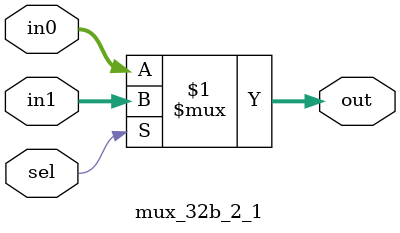
<source format=v>
`timescale 1ns / 1ps

module mux_32b_2_1 (
    input [31:0] in0, 
    input [31:0] in1, 
    input sel, 
    output [31:0] out
);
    
    assign out = (sel) ? in1 : in0;

endmodule

</source>
